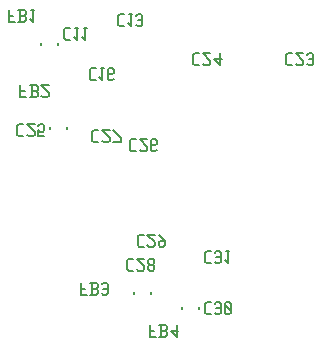
<source format=gbr>
G04 start of page 11 for group -4078 idx -4078 *
G04 Title: (unknown), bottomsilk *
G04 Creator: pcb 1.99z *
G04 CreationDate: Sun 01 Aug 2010 05:53:12 AM GMT UTC *
G04 For: jensen *
G04 Format: Gerber/RS-274X *
G04 PCB-Dimensions: 200000 250000 *
G04 PCB-Coordinate-Origin: lower left *
%MOIN*%
%FSLAX25Y25*%
%LNBACKSILK*%
%ADD13C,0.0080*%
G54D13*X125755Y15393D02*Y14607D01*
X120245Y15393D02*Y14607D01*
X109755Y20393D02*Y19607D01*
X104245Y20393D02*Y19607D01*
X73245Y103393D02*Y102607D01*
X78755Y103393D02*Y102607D01*
X76245Y75393D02*Y74607D01*
X81755Y75393D02*Y74607D01*
X128500Y17000D02*X130000D01*
X128000Y16500D02*X128500Y17000D01*
X128000Y13500D02*Y16500D01*
Y13500D02*X128500Y13000D01*
X130000D01*
X131201Y13500D02*X131701Y13000D01*
X132701D01*
X133201Y13500D01*
Y16500D01*
X132701Y17000D02*X133201Y16500D01*
X131701Y17000D02*X132701D01*
X131201Y16500D02*X131701Y17000D01*
Y15000D02*X133201D01*
X134402Y16500D02*X134902Y17000D01*
X134402Y13500D02*Y16500D01*
Y13500D02*X134902Y13000D01*
X135902D01*
X136402Y13500D01*
Y16500D01*
X135902Y17000D02*X136402Y16500D01*
X134902Y17000D02*X135902D01*
X134402Y16000D02*X136402Y14000D01*
X128500Y34000D02*X130000D01*
X128000Y33500D02*X128500Y34000D01*
X128000Y30500D02*Y33500D01*
Y30500D02*X128500Y30000D01*
X130000D01*
X131201Y30500D02*X131701Y30000D01*
X132701D01*
X133201Y30500D01*
Y33500D01*
X132701Y34000D02*X133201Y33500D01*
X131701Y34000D02*X132701D01*
X131201Y33500D02*X131701Y34000D01*
Y32000D02*X133201D01*
X134902Y34000D02*X135902D01*
X135402Y30000D02*Y34000D01*
X134402Y31000D02*X135402Y30000D01*
X103350Y71291D02*X104850D01*
X102850Y70791D02*X103350Y71291D01*
X102850Y67791D02*Y70791D01*
Y67791D02*X103350Y67291D01*
X104850D01*
X106051Y67791D02*X106551Y67291D01*
X108051D01*
X108551Y67791D01*
Y68791D01*
X106051Y71291D02*X108551Y68791D01*
X106051Y71291D02*X108551D01*
X111252Y67291D02*X111752Y67791D01*
X110252Y67291D02*X111252D01*
X109752Y67791D02*X110252Y67291D01*
X109752Y67791D02*Y70791D01*
X110252Y71291D01*
X111252Y69291D02*X111752Y69791D01*
X109752Y69291D02*X111252D01*
X110252Y71291D02*X111252D01*
X111752Y70791D01*
Y69791D02*Y70791D01*
X90850Y74350D02*X92350D01*
X90350Y73850D02*X90850Y74350D01*
X90350Y70850D02*Y73850D01*
Y70850D02*X90850Y70350D01*
X92350D01*
X93551Y70850D02*X94051Y70350D01*
X95551D01*
X96051Y70850D01*
Y71850D01*
X93551Y74350D02*X96051Y71850D01*
X93551Y74350D02*X96051D01*
X97252D02*X99752Y71850D01*
Y70350D02*Y71850D01*
X97252Y70350D02*X99752D01*
X155500Y100000D02*X157000D01*
X155000Y99500D02*X155500Y100000D01*
X155000Y96500D02*Y99500D01*
Y96500D02*X155500Y96000D01*
X157000D01*
X158201Y96500D02*X158701Y96000D01*
X160201D01*
X160701Y96500D01*
Y97500D01*
X158201Y100000D02*X160701Y97500D01*
X158201Y100000D02*X160701D01*
X161902Y96500D02*X162402Y96000D01*
X163402D01*
X163902Y96500D01*
Y99500D01*
X163402Y100000D02*X163902Y99500D01*
X162402Y100000D02*X163402D01*
X161902Y99500D02*X162402Y100000D01*
Y98000D02*X163902D01*
X106000Y39500D02*X107500D01*
X105500Y39000D02*X106000Y39500D01*
X105500Y36000D02*Y39000D01*
Y36000D02*X106000Y35500D01*
X107500D01*
X108701Y36000D02*X109201Y35500D01*
X110701D01*
X111201Y36000D01*
Y37000D01*
X108701Y39500D02*X111201Y37000D01*
X108701Y39500D02*X111201D01*
X112402D02*X114402Y37500D01*
Y36000D02*Y37500D01*
X113902Y35500D02*X114402Y36000D01*
X112902Y35500D02*X113902D01*
X112402Y36000D02*X112902Y35500D01*
X112402Y36000D02*Y37000D01*
X112902Y37500D01*
X114402D01*
X102500Y31500D02*X104000D01*
X102000Y31000D02*X102500Y31500D01*
X102000Y28000D02*Y31000D01*
Y28000D02*X102500Y27500D01*
X104000D01*
X105201Y28000D02*X105701Y27500D01*
X107201D01*
X107701Y28000D01*
Y29000D01*
X105201Y31500D02*X107701Y29000D01*
X105201Y31500D02*X107701D01*
X108902Y31000D02*X109402Y31500D01*
X108902Y30000D02*Y31000D01*
Y30000D02*X109402Y29500D01*
X110402D01*
X110902Y30000D01*
Y31000D01*
X110402Y31500D02*X110902Y31000D01*
X109402Y31500D02*X110402D01*
X108902Y29000D02*X109402Y29500D01*
X108902Y28000D02*Y29000D01*
Y28000D02*X109402Y27500D01*
X110402D01*
X110902Y28000D01*
Y29000D01*
X110402Y29500D02*X110902Y29000D01*
X86500Y19500D02*Y23500D01*
Y19500D02*X88500D01*
X86500Y21500D02*X88000D01*
X89701Y23500D02*X91701D01*
X92201Y23000D01*
Y22000D02*Y23000D01*
X91701Y21500D02*X92201Y22000D01*
X90201Y21500D02*X91701D01*
X90201Y19500D02*Y23500D01*
X89701Y19500D02*X91701D01*
X92201Y20000D01*
Y21000D01*
X91701Y21500D02*X92201Y21000D01*
X93402Y20000D02*X93902Y19500D01*
X94902D01*
X95402Y20000D01*
Y23000D01*
X94902Y23500D02*X95402Y23000D01*
X93902Y23500D02*X94902D01*
X93402Y23000D02*X93902Y23500D01*
Y21500D02*X95402D01*
X109500Y5500D02*Y9500D01*
Y5500D02*X111500D01*
X109500Y7500D02*X111000D01*
X112701Y9500D02*X114701D01*
X115201Y9000D01*
Y8000D02*Y9000D01*
X114701Y7500D02*X115201Y8000D01*
X113201Y7500D02*X114701D01*
X113201Y5500D02*Y9500D01*
X112701Y5500D02*X114701D01*
X115201Y6000D01*
Y7000D01*
X114701Y7500D02*X115201Y7000D01*
X116402Y7500D02*X118402Y5500D01*
X116402Y7500D02*X118902D01*
X118402Y5500D02*Y9500D01*
X99500Y113000D02*X101000D01*
X99000Y112500D02*X99500Y113000D01*
X99000Y109500D02*Y112500D01*
Y109500D02*X99500Y109000D01*
X101000D01*
X102701Y113000D02*X103701D01*
X103201Y109000D02*Y113000D01*
X102201Y110000D02*X103201Y109000D01*
X104902Y109500D02*X105402Y109000D01*
X106402D01*
X106902Y109500D01*
Y112500D01*
X106402Y113000D02*X106902Y112500D01*
X105402Y113000D02*X106402D01*
X104902Y112500D02*X105402Y113000D01*
Y111000D02*X106902D01*
X124500Y100000D02*X126000D01*
X124000Y99500D02*X124500Y100000D01*
X124000Y96500D02*Y99500D01*
Y96500D02*X124500Y96000D01*
X126000D01*
X127201Y96500D02*X127701Y96000D01*
X129201D01*
X129701Y96500D01*
Y97500D01*
X127201Y100000D02*X129701Y97500D01*
X127201Y100000D02*X129701D01*
X130902Y98000D02*X132902Y96000D01*
X130902Y98000D02*X133402D01*
X132902Y96000D02*Y100000D01*
X66350Y85350D02*Y89350D01*
Y85350D02*X68350D01*
X66350Y87350D02*X67850D01*
X69551Y89350D02*X71551D01*
X72051Y88850D01*
Y87850D02*Y88850D01*
X71551Y87350D02*X72051Y87850D01*
X70051Y87350D02*X71551D01*
X70051Y85350D02*Y89350D01*
X69551Y85350D02*X71551D01*
X72051Y85850D01*
Y86850D01*
X71551Y87350D02*X72051Y86850D01*
X73252Y85850D02*X73752Y85350D01*
X75252D01*
X75752Y85850D01*
Y86850D01*
X73252Y89350D02*X75752Y86850D01*
X73252Y89350D02*X75752D01*
X62500Y110500D02*Y114500D01*
Y110500D02*X64500D01*
X62500Y112500D02*X64000D01*
X65701Y114500D02*X67701D01*
X68201Y114000D01*
Y113000D02*Y114000D01*
X67701Y112500D02*X68201Y113000D01*
X66201Y112500D02*X67701D01*
X66201Y110500D02*Y114500D01*
X65701Y110500D02*X67701D01*
X68201Y111000D01*
Y112000D01*
X67701Y112500D02*X68201Y112000D01*
X69902Y114500D02*X70902D01*
X70402Y110500D02*Y114500D01*
X69402Y111500D02*X70402Y110500D01*
X65850Y76350D02*X67350D01*
X65350Y75850D02*X65850Y76350D01*
X65350Y72850D02*Y75850D01*
Y72850D02*X65850Y72350D01*
X67350D01*
X68551Y72850D02*X69051Y72350D01*
X70551D01*
X71051Y72850D01*
Y73850D01*
X68551Y76350D02*X71051Y73850D01*
X68551Y76350D02*X71051D01*
X72252Y72350D02*X74252D01*
X72252D02*Y74350D01*
X72752Y73850D01*
X73752D01*
X74252Y74350D01*
Y75850D01*
X73752Y76350D02*X74252Y75850D01*
X72752Y76350D02*X73752D01*
X72252Y75850D02*X72752Y76350D01*
X81500Y108500D02*X83000D01*
X81000Y108000D02*X81500Y108500D01*
X81000Y105000D02*Y108000D01*
Y105000D02*X81500Y104500D01*
X83000D01*
X84701Y108500D02*X85701D01*
X85201Y104500D02*Y108500D01*
X84201Y105500D02*X85201Y104500D01*
X87402Y108500D02*X88402D01*
X87902Y104500D02*Y108500D01*
X86902Y105500D02*X87902Y104500D01*
X90000Y95000D02*X91500D01*
X89500Y94500D02*X90000Y95000D01*
X89500Y91500D02*Y94500D01*
Y91500D02*X90000Y91000D01*
X91500D01*
X93201Y95000D02*X94201D01*
X93701Y91000D02*Y95000D01*
X92701Y92000D02*X93701Y91000D01*
X96902D02*X97402Y91500D01*
X95902Y91000D02*X96902D01*
X95402Y91500D02*X95902Y91000D01*
X95402Y91500D02*Y94500D01*
X95902Y95000D01*
X96902Y93000D02*X97402Y93500D01*
X95402Y93000D02*X96902D01*
X95902Y95000D02*X96902D01*
X97402Y94500D01*
Y93500D02*Y94500D01*
M02*

</source>
